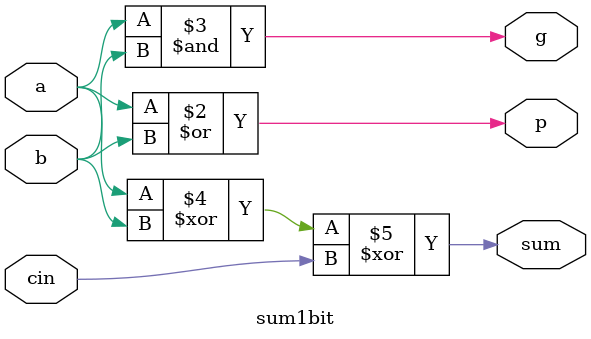
<source format=v>
`timescale 1ns / 1ps


module sum1bit(
    input a, b, cin,
    output reg p, g, sum
    );
    
    always @(a or b or cin)
    begin
        p = a | b;
        g = a & b;
        sum = (a^b)^cin;
        
    end
endmodule

</source>
